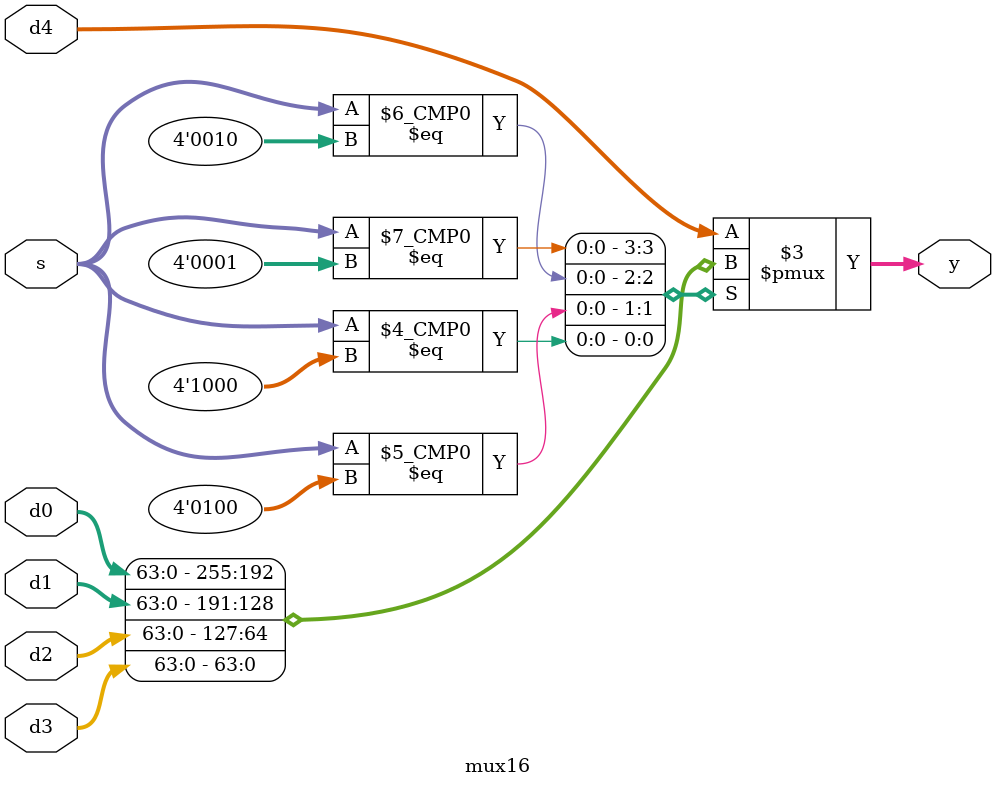
<source format=sv>

/* verilator lint_off DECLFILENAME */

module mux2 #(parameter WIDTH = 64) (
  input  logic [WIDTH-1:0] d0, d1, 
  input  logic             s, 
  output logic [WIDTH-1:0] y);

  assign y = s ? d1 : d0; 
endmodule

module mux3 #(parameter WIDTH = 64) (
  input  logic [WIDTH-1:0] d0, d1, d2,
  input  logic [1:0]       s, 
  output logic [WIDTH-1:0] y);

  assign y = s[1] ? d2 : (s[0] ? d1 : d0); // exclusion-tag: mux3
endmodule

module mux4 #(parameter WIDTH = 64) (
  input  logic [WIDTH-1:0] d0, d1, d2, d3,
  input  logic [1:0]       s, 
  output logic [WIDTH-1:0] y);

  assign y = s[1] ? (s[0] ? d3 : d2) : (s[0] ? d1 : d0); 
endmodule

module mux5 #(parameter WIDTH = 64) (
  input  logic [WIDTH-1:0] d0, d1, d2, d3, d4,
  input  logic [2:0]       s, 
  output logic [WIDTH-1:0] y);

  assign y = s[2] ? d4 : (s[1] ? (s[0] ? d3 : d2) : (s[0] ? d1 : d0)); 
endmodule

module mux6 #(parameter WIDTH = 64) (
  input  logic [WIDTH-1:0] d0, d1, d2, d3, d4, d5,
  input  logic [2:0]       s, 
  output logic [WIDTH-1:0] y);

  assign y = s[2] ? (s[0] ? d5 : d4) : (s[1] ? (s[0] ? d3 : d2) : (s[0] ? d1 : d0)); 
endmodule

module mux16 #(parameter WIDTH = 64)
   (input logic [WIDTH-1:0] d0, d1, d2, d3, d4, input [3:0] s,
    output logic [WIDTH-1:0] y);

   always_comb
     case(s)
       4'b0001: y = d0;
       4'b0010: y = d1;
       4'b0100: y = d2;
       4'b1000: y = d3;
       default: y = d4;
     endcase // case (s)
endmodule // mux16

/* verilator lint_on DECLFILENAME */

</source>
